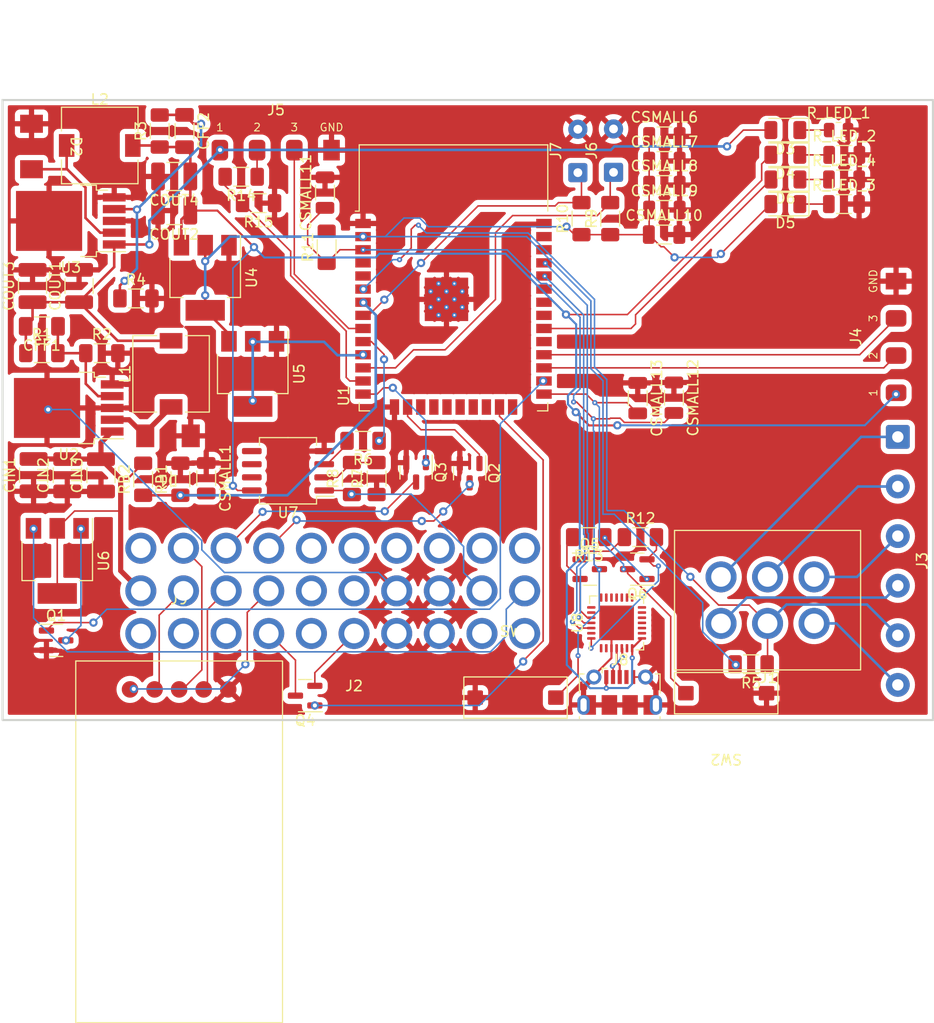
<source format=kicad_pcb>
(kicad_pcb (version 20211014) (generator pcbnew)
  (layers (0 "F.Cu" signal) (31 "B.Cu" signal) (34 "B.Paste" user) (35 "F.Paste" user) (36 "B.SilkS" user "B.Silkscreen") (37 "F.SilkS" user "F.Silkscreen") (38 "B.Mask" user) (39 "F.Mask" user) (44 "Edge.Cuts" user))
  (net 0 "")
  (net 1 "B-")
  (net 2 "B+")
  (net 3 "Net-(J1-Pad1)")
  (net 4 "Net-(J1-Pad2)")
  (net 5 "Net-(J1-Pad3)")
  (net 6 "Net-(J1-Pad4)")
  (net 7 "ENGINE_SENSOR")
  (net 8 "Net-(J1-Pad6)")
  (net 10 "PROGRAMMING_BB")
  (net 11 "GEAR_LOW")
  (net 12 "GEAR_HIGH")
  (net 19 "PROGRAMMING_BY")
  (net 20 "PROGRAMMING_GB")
  (net 21 "PROGRAMMING_RB")
  (net 24 "THROTTLE")
  (net 25 "IGNITION")
  (net 29 "SOFT_START_A")
  (net 31 "SOFT_START_B")
  (net 34 "Net-(CFF1-Pad1)")
  (net 35 "12V")
  (net 36 "Net-(CFF2-Pad1)")
  (net 37 "5V")
  (net 38 "3.3V")
  (net 39 "EN")
  (net 40 "BOOT")
  (net 41 "Net-(D1-Pad1)")
  (net 42 "Net-(D2-Pad1)")
  (net 43 "LED_ON")
  (net 44 "DISPLAY_RX")
  (net 45 "DISPLAY_TX")
  (net 46 "TORQUE_OUTPUT")
  (net 47 "CONTROLLER_TEMP")
  (net 48 "BATTERY_TEMP")
  (net 49 "POWER_SWITCH")
  (net 50 "SWITCH_HIGH")
  (net 51 "SWITCH_LOW")
  (net 52 "SWITCH_SOFT_START")
  (net 53 "THROTTLE_OUTPUT")
  (net 54 "PAS_SIGNAL_LOW")
  (net 55 "BATTERY_VOLTAGE")
  (net 69 "TXD")
  (net 70 "RXD")
  (net 73 "1.8V")
  (net 74 "Net-(D3-Pad1)")
  (net 75 "Net-(D4-Pad1)")
  (net 76 "Net-(D5-Pad1)")
  (net 77 "Net-(D6-Pad1)")
  (net 78 "PAS_SIGNAL")
  (net 79 "Net-(J8-Pad2)")
  (net 80 "Net-(J8-Pad3)")
  (net 82 "Net-(Q1-Pad3)")
  (net 83 "Net-(Q5-Pad1)")
  (net 84 "Net-(Q5-Pad2)")
  (net 85 "Net-(Q6-Pad1)")
  (net 86 "Net-(Q6-Pad2)")
  (net 87 "Net-(R6-Pad2)")
  (net 88 "Net-(R7-Pad2)")
  (footprint "Package_TO_SOT_SMD:SOT-23" (layer "F.Cu") (at 136.18 92.11 -90)
    (fp_text reference "Q2")
    (fp_text value "BSS123")
  )
  (footprint "Package_SO:SO-8_5.3x6.2mm_P1.27mm" (layer "F.Cu") (at 118.61 91.88 180)
    (fp_text reference "U7")
    (fp_text value "LM358")
  )
  (footprint "Package_TO_SOT_SMD:SOT-23" (layer "F.Cu") (at 96.18 108.29)
    (fp_text reference "Q1")
    (fp_text value "BSS123")
  )
  (footprint "Resistor_SMD:R_1206_3216Metric_Pad1.30x1.75mm_HandSolder" (layer "F.Cu") (at 104.6 92.7 90)
    (fp_text reference "RB2")
    (fp_text value "1M")
  )
  (footprint "lib:BUTTON_SW" (layer "F.Cu") (at 140.62 113.83)
    (fp_text reference "SW1")
    (fp_text value "SW_Push")
  )
  (footprint "Package_TO_SOT_SMD:SOT-23" (layer "F.Cu") (at 152.4 101.4 180)
    (fp_text reference "Q6")
    (fp_text value "MMBT3904")
  )
  (footprint "Capacitor_SMD:C_1210_3225Metric_Pad1.33x2.70mm_HandSolder" (layer "F.Cu") (at 98.4 74 90)
    (fp_text reference "COUT1")
    (fp_text value "C")
  )
  (footprint "Connector_USB:USB_Micro-B_Molex-105017-0001" (layer "F.Cu") (at 150.7 113.3)
    (fp_text reference "J8")
    (fp_text value "USB_B_Micro")
  )
  (footprint "Connector_Wire:SolderWire-0.25sqmm_1x02_P4.2mm_D0.65mm_OD1.7mm" (layer "F.Cu") (at 146.65 63.03 90)
    (fp_text reference "J7")
    (fp_text value "BATTERY_THERMISTOR_CONNECTOR")
  )
  (footprint "Resistor_SMD:R_1206_3216Metric" (layer "F.Cu") (at 172.42 61.31)
    (fp_text reference "R_LED_2")
    (fp_text value "130")
  )
  (footprint "Package_TO_SOT_SMD:SOT-23" (layer "F.Cu") (at 120.27 113.64 180)
    (fp_text reference "Q4")
    (fp_text value "BSS123")
  )
  (footprint "Package_TO_SOT_SMD:SOT-23" (layer "F.Cu") (at 131 92.03 -90)
    (fp_text reference "Q3")
    (fp_text value "BSS123")
  )
  (footprint "Resistor_SMD:R_1206_3216Metric_Pad1.30x1.75mm_HandSolder" (layer "F.Cu") (at 163.41 110.6 180)
    (fp_text reference "R5")
    (fp_text value "10K")
  )
  (footprint "Resistor_SMD:R_1206_3216Metric_Pad1.30x1.75mm_HandSolder" (layer "F.Cu") (at 147.7 98.3 180)
    (fp_text reference "R13")
    (fp_text value "10K")
  )
  (footprint "LED_SMD:LED_1206_3216Metric" (layer "F.Cu") (at 166.72 58.91 180)
    (fp_text reference "D3")
    (fp_text value "12V")
  )
  (footprint "Resistor_SMD:R_1206_3216Metric_Pad1.30x1.75mm_HandSolder" (layer "F.Cu") (at 125.87 88.98 180)
    (fp_text reference "R6")
    (fp_text value "10K")
  )
  (footprint "KT_Display:SolderWire-1x4-buttons" (layer "F.Cu") (at 177.42 78.9 90)
    (fp_text reference "J4")
    (fp_text value "DISPLAY_CONNECTOR")
  )
  (footprint "Capacitor_SMD:C_1210_3225Metric_Pad1.33x2.70mm_HandSolder" (layer "F.Cu") (at 107.6 66.7 180)
    (fp_text reference "COUT2")
    (fp_text value "C")
  )
  (footprint "Capacitor_SMD:C_1206_3216Metric_Pad1.33x1.80mm_HandSolder" (layer "F.Cu") (at 94.8 77.9 180)
    (fp_text reference "CFF1")
    (fp_text value "C")
  )
  (footprint "Package_TO_SOT_SMD:TO-252-5_TabPin3" (layer "F.Cu") (at 97.4 85.8 180)
    (fp_text reference "U2")
    (fp_text value "BUCK_12V")
  )
  (footprint "Inductor_SMD:L_7.3x7.3_H3.5" (layer "F.Cu") (at 107.3 82.5 90)
    (fp_text reference "L1")
    (fp_text value "L")
  )
  (footprint "Resistor_SMD:R_1206_3216Metric_Pad1.30x1.75mm_HandSolder" (layer "F.Cu") (at 124.79 92.63 90)
    (fp_text reference "R8")
    (fp_text value "1K")
  )
  (footprint "LED_SMD:LED_1206_3216Metric" (layer "F.Cu") (at 166.72 61.3 180)
    (fp_text reference "D4")
    (fp_text value "5V")
  )
  (footprint "Package_TO_SOT_SMD:SOT-223-3_TabPin2" (layer "F.Cu") (at 115.2 82.5 -90)
    (fp_text reference "U5")
    (fp_text value "LM1117-1.8")
  )
  (footprint "Capacitor_SMD:C_1210_3225Metric_Pad1.33x2.70mm_HandSolder" (layer "F.Cu") (at 94 92.3 90)
    (fp_text reference "CIN1")
    (fp_text value "C")
  )
  (footprint "Capacitor_SMD:C_1206_3216Metric" (layer "F.Cu") (at 154.99 69.02)
    (fp_text reference "CSMALL10")
    (fp_text value "C")
  )
  (footprint "lib:HALL_2x6" (layer "F.Cu") (at 165 102.15)
    (fp_text reference "J1")
    (fp_text value "CONTROLLER_HALL")
  )
  (footprint "Package_TO_SOT_SMD:SOT-23" (layer "F.Cu") (at 147.8 101.4)
    (fp_text reference "Q5")
    (fp_text value "MMBT3904")
  )
  (footprint "Capacitor_SMD:C_1206_3216Metric_Pad1.33x1.80mm_HandSolder" (layer "F.Cu") (at 108.6 59 -90)
    (fp_text reference "CFF2")
    (fp_text value "C")
  )
  (footprint "Capacitor_SMD:C_1206_3216Metric" (layer "F.Cu") (at 152.44 84.85 -90)
    (fp_text reference "CSMALL13")
    (fp_text value "C")
  )
  (footprint "Inductor_SMD:L_7.3x7.3_H3.5" (layer "F.Cu") (at 100.4 60.4)
    (fp_text reference "L2")
    (fp_text value "L")
  )
  (footprint "Capacitor_SMD:C_1206_3216Metric" (layer "F.Cu") (at 155.02 61.9)
    (fp_text reference "CSMALL7")
    (fp_text value "C")
  )
  (footprint "lib:ESP32-WROOM-32" (layer "F.Cu") (at 134.62 76.2)
    (fp_text reference "U1")
    (fp_text value "ESP32-WROOM-32")
  )
  (footprint "Capacitor_SMD:C_1206_3216Metric" (layer "F.Cu") (at 122.19 64.96 90)
    (fp_text reference "CSMALL11")
    (fp_text value "C")
  )
  (footprint "Resistor_SMD:R_1206_3216Metric_Pad1.30x1.75mm_HandSolder" (layer "F.Cu") (at 94.8 80.5)
    (fp_text reference "R1")
    (fp_text value "86K")
  )
  (footprint "Resistor_SMD:R_1206_3216Metric_Pad1.30x1.75mm_HandSolder" (layer "F.Cu") (at 147 67.48 90)
    (fp_text reference "R10")
    (fp_text value "10K")
  )
  (footprint "Capacitor_SMD:C_1206_3216Metric" (layer "F.Cu") (at 110.7 92.6 -90)
    (fp_text reference "CSMALL1")
    (fp_text value "C")
  )
  (footprint "Resistor_SMD:R_1206_3216Metric_Pad1.30x1.75mm_HandSolder" (layer "F.Cu") (at 103.9 75.2)
    (fp_text reference "R4")
    (fp_text value "10K")
  )
  (footprint "lib:Pogramming_1x5" (layer "F.Cu") (at 108.08 108.285)
    (fp_text reference "J9")
    (fp_text value "PROGRAMMING_CONN")
  )
  (footprint "Resistor_SMD:R_1206_3216Metric_Pad1.30x1.75mm_HandSolder" (layer "F.Cu") (at 127.18 92.63 90)
    (fp_text reference "R7")
    (fp_text value "1K")
  )
  (footprint "LED_SMD:LED_1206_3216Metric" (layer "F.Cu") (at 166.72 66.07 180)
    (fp_text reference "D5")
    (fp_text value "3.3V")
  )
  (footprint "Capacitor_SMD:C_1210_3225Metric_Pad1.33x2.70mm_HandSolder" (layer "F.Cu") (at 93.9 74 90)
    (fp_text reference "COUT3")
    (fp_text value "C")
  )
  (footprint "Package_TO_SOT_SMD:TO-252-5_TabPin3" (layer "F.Cu") (at 97.6 67.7 180)
    (fp_text reference "U3")
    (fp_text value "BUCK_5V")
  )
  (footprint "Connector_Wire:SolderWire-0.25sqmm_1x02_P4.2mm_D0.65mm_OD1.7mm" (layer "F.Cu") (at 150.1 63 90)
    (fp_text reference "J6")
    (fp_text value "CONTROLLER_THERMISTOR_CONNECTOR")
  )
  (footprint "Resistor_SMD:R_1206_3216Metric_Pad1.30x1.75mm_HandSolder" (layer "F.Cu") (at 108.2 92.7 90)
    (fp_text reference "RB1")
    (fp_text value "56k")
  )
  (footprint "Package_TO_SOT_SMD:SOT-223-3_TabPin2" (layer "F.Cu") (at 110.6 73.2 -90)
    (fp_text reference "U4")
    (fp_text value "NCP1117-3.3_SOT223")
  )
  (footprint "Resistor_SMD:R_1206_3216Metric_Pad1.30x1.75mm_HandSolder" (layer "F.Cu") (at 115.76 65.98 180)
    (fp_text reference "R15")
    (fp_text value "10K")
  )
  (footprint "Resistor_SMD:R_1206_3216Metric_Pad1.30x1.75mm_HandSolder" (layer "F.Cu") (at 100.6 80.5)
    (fp_text reference "R2")
    (fp_text value "10K")
  )
  (footprint "KT_Display:S2M" (layer "F.Cu") (at 93.8 60.5 -90)
    (fp_text reference "D2")
    (fp_text value "S310")
  )
  (footprint "Capacitor_SMD:C_1210_3225Metric_Pad1.33x2.70mm_HandSolder" (layer "F.Cu") (at 100.52 92.32 90)
    (fp_text reference "CIN3")
    (fp_text value "C")
  )
  (footprint "lib:MAIN_3x10" (layer "F.Cu") (at 125 103.5)
    (fp_text reference "J2")
    (fp_text value "CONN_MAIN")
  )
  (footprint "Capacitor_SMD:C_1210_3225Metric_Pad1.33x2.70mm_HandSolder" (layer "F.Cu") (at 107.6 63.4 180)
    (fp_text reference "COUT4")
    (fp_text value "C")
  )
  (footprint "Resistor_SMD:R_1206_3216Metric" (layer "F.Cu") (at 172.4 63.69)
    (fp_text reference "R_LED_4")
    (fp_text value "20")
  )
  (footprint "Capacitor_SMD:C_1206_3216Metric" (layer "F.Cu") (at 155.94 84.81 -90)
    (fp_text reference "CSMALL12")
    (fp_text value "C")
  )
  (footprint "Package_DFN_QFN:QFN-28-1EP_5x5mm_P0.5mm_EP3.35x3.35mm" (layer "F.Cu") (at 150.4 106.6 90)
    (fp_text reference "U8")
    (fp_text value "CP2102N-Axx-xQFN28")
  )
  (footprint "Resistor_SMD:R_1206_3216Metric_Pad1.30x1.75mm_HandSolder" (layer "F.Cu") (at 152.7 98.3)
    (fp_text reference "R12")
    (fp_text value "10K")
  )
  (footprint "Resistor_SMD:R_1206_3216Metric_Pad1.30x1.75mm_HandSolder" (layer "F.Cu") (at 122.35 70.25 90)
    (fp_text reference "R11")
    (fp_text value "10K")
  )
  (footprint "Resistor_SMD:R_1206_3216Metric_Pad1.30x1.75mm_HandSolder" (layer "F.Cu") (at 149.78 67.48 90)
    (fp_text reference "R9")
    (fp_text value "10K")
  )
  (footprint "Resistor_SMD:R_1206_3216Metric_Pad1.30x1.75mm_HandSolder" (layer "F.Cu") (at 114.08 63.43 180)
    (fp_text reference "R14")
    (fp_text value "33K")
  )
  (footprint "Resistor_SMD:R_0805_2012Metric" (layer "F.Cu") (at 171.87 58.91)
    (fp_text reference "R_LED_1")
    (fp_text value "600")
  )
  (footprint "Resistor_SMD:R_1206_3216Metric_Pad1.30x1.75mm_HandSolder" (layer "F.Cu") (at 106.2 59 90)
    (fp_text reference "R3")
    (fp_text value "30K")
  )
  (footprint "KT_Display:S2M" (layer "F.Cu") (at 107 88.5 180)
    (fp_text reference "D1")
    (fp_text value "S310")
  )
  (footprint "Capacitor_SMD:C_1210_3225Metric_Pad1.33x2.70mm_HandSolder" (layer "F.Cu") (at 97.26 92.31 90)
    (fp_text reference "CIN2")
    (fp_text value "C")
  )
  (footprint "KT_Display:SolderWire-1x4-buttons" (layer "F.Cu") (at 117.45 60.84)
    (fp_text reference "J5")
    (fp_text value "TORQUE_SENSOR_CONNECTOR")
  )
  (footprint "Capacitor_SMD:C_1206_3216Metric" (layer "F.Cu") (at 155.02 64.23)
    (fp_text reference "CSMALL8")
    (fp_text value "C")
  )
  (footprint "Capacitor_SMD:C_1206_3216Metric" (layer "F.Cu") (at 155.02 59.52)
    (fp_text reference "CSMALL6")
    (fp_text value "C")
  )
  (footprint "Package_TO_SOT_SMD:SOT-223-3_TabPin2" (layer "F.Cu") (at 96.29 100.6 -90)
    (fp_text reference "U6")
    (fp_text value "BTS4140N")
  )
  (footprint "lib:BUTTON_SW" (layer "F.Cu") (at 161 113.4 180)
    (fp_text reference "SW2")
    (fp_text value "SW_Push")
  )
  (footprint "Resistor_SMD:R_1206_3216Metric" (layer "F.Cu") (at 172.39 66.07)
    (fp_text reference "R_LED_3")
    (fp_text value "20")
  )
  (footprint "Connector_Wire:SolderWire-0.5sqmm_1x06_P4.8mm_D0.9mm_OD2.3mm" (layer "F.Cu") (at 177.6 88.6 -90)
    (fp_text reference "J3")
    (fp_text value "ENGINE_HALL")
  )
  (footprint "Capacitor_SMD:C_1206_3216Metric" (layer "F.Cu") (at 155.02 66.64)
    (fp_text reference "CSMALL9")
    (fp_text value "C")
  )
  (footprint "LED_SMD:LED_1206_3216Metric" (layer "F.Cu") (at 166.73 63.69 180)
    (fp_text reference "D6")
    (fp_text value "ESP_ON")
  )
  (gr_rect (start 91 56) (end 181 116) (layer "Edge.Cuts") (width 0.2) (fill none))
  (segment (start 149.9 109.05) (end 149.9 110) (width 0.2) (layer "F.Cu") (net 1))
  (segment (start 148.2 111.7) (end 148.2 111.8375) (width 0.2) (layer "F.Cu") (net 1))
  (segment (start 128.91 85.71) (end 128.91 86.03) (width 0.15) (layer "F.Cu") (net 1))
  (segment (start 149.9 109.05) (end 149.9 107.1) (width 0.2) (layer "F.Cu") (net 1))
  (segment (start 152 111.8375) (end 153.2 111.8375) (width 0.15) (layer "F.Cu") (net 1))
  (segment (start 149.9 107.1) (end 150.4 106.6) (width 0.2) (layer "F.Cu") (net 1))
  (segment (start 149.9 110) (end 148.2 111.7) (width 0.2) (layer "F.Cu") (net 1))
  (via (at 95.41 85.95) (size 0.8) (drill 0.4) (layers "F.Cu" "B.Cu") (net 1))
  (segment (start 112.46477 101.725) (end 127.35 101.725) (width 0.15) (layer "B.Cu") (net 1))
  (segment (start 110.275 98.63977) (end 110.275 99.53523) (width 0.15) (layer "B.Cu") (net 1))
  (segment (start 110.275 99.53523) (end 112.46477 101.725) (width 0.15) (layer "B.Cu") (net 1))
  (segment (start 95.41 85.95) (end 97.58523 85.95) (width 0.15) (layer "B.Cu") (net 1))
  (segment (start 97.58523 85.95) (end 110.275 98.63977) (width 0.15) (layer "B.Cu") (net 1))
  (segment (start 127.35 101.725) (end 129.125 103.5) (width 0.15) (layer "B.Cu") (net 1))
  (segment (start 97.965 95.775) (end 102.415 95.775) (width 0.15) (layer "F.Cu") (net 2))
  (segment (start 96.29 97.45) (end 97.965 95.775) (width 0.15) (layer "F.Cu") (net 2))
  (segment (start 102.415 95.775) (end 102.425 95.765) (width 0.15) (layer "F.Cu") (net 2))
  (segment (start 94 90.7375) (end 97.25 90.7375) (width 0.5) (layer "F.Cu") (net 2))
  (segment (start 103.0875 92.6625) (end 102.425 92.6625) (width 0.2) (layer "F.Cu") (net 2))
  (segment (start 104.6 91.15) (end 103.0875 92.6625) (width 0.2) (layer "F.Cu") (net 2))
  (segment (start 96.29 103.75) (end 96.29 97.45) (width 0.15) (layer "F.Cu") (net 2))
  (segment (start 97.26 90.7475) (end 100.51 90.7475) (width 0.5) (layer "F.Cu") (net 2))
  (segment (start 104.375 103.5) (end 102.425 101.55) (width 0.5) (layer "F.Cu") (net 2))
  (segment (start 100.52 90.7575) (end 100.52 89.16) (width 0.5) (layer "F.Cu") (net 2))
  (segment (start 100.51 90.7475) (end 100.52 90.7575) (width 0.5) (layer "F.Cu") (net 2))
  (segment (start 102.425 92.6625) (end 100.52 90.7575) (width 0.5) (layer "F.Cu") (net 2))
  (segment (start 102.425 101.55) (end 102.425 95.765) (width 0.5) (layer "F.Cu") (net 2))
  (segment (start 102.425 95.765) (end 102.425 92.6625) (width 0.5) (layer "F.Cu") (net 2))
  (segment (start 97.25 90.7375) (end 97.26 90.7475) (width 0.5) (layer "F.Cu") (net 2))
  (segment (start 100.52 89.16) (end 101.6 88.08) (width 0.5) (layer "F.Cu") (net 2))
  (segment (start 174.05 88.6) (end 177.6 88.6) (width 0.25) (layer "B.Cu") (net 3))
  (segment (start 160.5 102.15) (end 174.05 88.6) (width 0.25) (layer "B.Cu") (net 3))
  (segment (start 173.75 93.4) (end 177.6 93.4) (width 0.25) (layer "B.Cu") (net 4))
  (segment (start 165 102.15) (end 173.75 93.4) (width 0.25) (layer "B.Cu") (net 4))
  (segment (start 173.65 102.15) (end 177.6 98.2) (width 0.25) (layer "B.Cu") (net 5))
  (segment (start 169.5 102.15) (end 173.65 102.15) (width 0.25) (layer "B.Cu") (net 5))
  (segment (start 176.45 104.15) (end 163 104.15) (width 0.25) (layer "B.Cu") (net 6))
  (segment (start 177.6 103) (end 176.45 104.15) (width 0.25) (layer "B.Cu") (net 6))
  (segment (start 163 104.15) (end 160.5 106.65) (width 0.25) (layer "B.Cu") (net 6))
  (segment (start 165 110.56) (end 165 106.65) (width 0.15) (layer "F.Cu") (net 7))
  (segment (start 130.92 68.11) (end 131.23 68.11) (width 0.15) (layer "F.Cu") (net 7))
  (segment (start 130.53 68.5) (end 130.92 68.11) (width 0.15) (layer "F.Cu") (net 7))
  (segment (start 130.53 70.32) (end 130.53 68.5) (width 0.15) (layer "F.Cu") (net 7))
  (segment (start 160.265 104.875) (end 163.225 104.875) (width 0.15) (layer "F.Cu") (net 7))
  (segment (start 129.4 71.45) (end 130.53 70.32) (width 0.15) (layer "F.Cu") (net 7))
  (segment (start 164.96 110.6) (end 165 110.56) (width 0.15) (layer "F.Cu") (net 7))
  (segment (start 157.53 102.14) (end 160.265 104.875) (width 0.15) (layer "F.Cu") (net 7))
  (segment (start 163.225 104.875) (end 165 106.65) (width 0.15) (layer "F.Cu") (net 7))
  (via (at 129.4 71.45) (size 0.5) (drill 0.2) (layers "F.Cu" "B.Cu") (net 7))
  (via (at 157.53 102.14) (size 0.8) (drill 0.4) (layers "F.Cu" "B.Cu") (net 7))
  (via (at 131.23 68.11) (size 0.5) (drill 0.2) (layers "F.Cu" "B.Cu") (net 7))
  (via (at 125.9 74.3) (size 0.8) (drill 0.4) (layers "F.Cu" "B.Cu") (net 7))
  (segment (start 165 106.65) (end 166.825 104.825) (width 0.25) (layer "B.Cu") (net 7))
  (segment (start 148.26 81.85) (end 149.22 82.81) (width 0.15) (layer "B.Cu") (net 7))
  (segment (start 151.12 95.73) (end 157.53 102.14) (width 0.15) (layer "B.Cu") (net 7))
  (segment (start 131.99 68.87) (end 141.8 68.87) (width 0.15) (layer "B.Cu") (net 7))
  (segment (start 141.8 68.87) (end 141.834974 68.87) (width 0.15) (layer "B.Cu") (net 7))
  (segment (start 149.22 82.81) (end 149.45 83.04) (width 0.15) (layer "B.Cu") (net 7))
  (segment (start 148.26 75.295026) (end 148.26 75.53) (width 0.15) (layer "B.Cu") (net 7))
  (segment (start 149.51 95.73) (end 150.44 95.73) (width 0.15) (layer "B.Cu") (net 7))
  (segment (start 131.23 68.11) (end 131.99 68.87) (width 0.15) (layer "B.Cu") (net 7))
  (segment (start 174.625 104.825) (end 177.6 107.8) (width 0.25) (layer "B.Cu") (net 7))
  (segment (start 148.26 75.53) (end 148.26 81.85) (width 0.15) (layer "B.Cu") (net 7))
  (segment (start 150.44 95.73) (end 151.12 95.73) (width 0.15) (layer "B.Cu") (net 7))
  (segment (start 125.9 74.3) (end 128.75 71.45) (width 0.15) (layer "B.Cu") (net 7))
  (segment (start 149.45 83.04) (end 149.45 95.67) (width 0.15) (layer "B.Cu") (net 7))
  (segment (start 141.834974 68.87) (end 148.26 75.295026) (width 0.15) (layer "B.Cu") (net 7))
  (segment (start 128.75 71.45) (end 129.4 71.45) (width 0.15) (layer "B.Cu") (net 7))
  (segment (start 166.825 104.825) (end 174.625 104.825) (width 0.25) (layer "B.Cu") (net 7))
  (segment (start 149.45 95.67) (end 149.51 95.73) (width 0.15) (layer "B.Cu") (net 7))
  (segment (start 169.5 106.65) (end 171.65 106.65) (width 0.25) (layer "B.Cu") (net 8))
  (segment (start 171.65 106.65) (end 177.6 112.6) (width 0.25) (layer "B.Cu") (net 8))
  (segment (start 108.44 112.99) (end 110.275 111.155) (width 0.15) (layer "F.Cu") (net 10))
  (segment (start 110.275 111.155) (end 110.275 101.15) (width 0.15) (layer "F.Cu") (net 10))
  (segment (start 110.275 101.15) (end 108.5 99.375) (width 0.15) (layer "F.Cu") (net 10))
  (segment (start 116.15 95.85) (end 112.625 99.375) (width 0.15) (layer "F.Cu") (net 11))
  (segment (start 130.8025 92.9675) (end 127.97 95.8) (width 0.15) (layer "F.Cu") (net 11))
  (segment (start 131 92.9675) (end 130.8025 92.9675) (width 0.15) (layer "F.Cu") (net 11))
  (via (at 127.97 95.8) (size 0.8) (drill 0.4) (layers "F.Cu" "B.Cu") (net 11))
  (via (at 116.15 95.85) (size 0.8) (drill 0.4) (layers "F.Cu" "B.Cu") (net 11))
  (segment (start 116.15 95.85) (end 116.2 95.8) (width 0.15) (layer "B.Cu") (net 11))
  (segment (start 116.2 95.8) (end 127.97 95.8) (width 0.15) (layer "B.Cu") (net 11))
  (segment (start 119.44 96.685) (end 119.44 96.64) (width 0.15) (layer "F.Cu") (net 12))
  (segment (start 131.55 96.74) (end 132.71 96.74) (width 0.15) (layer "F.Cu") (net 12))
  (segment (start 132.71 96.74) (end 133.63 95.82) (width 0.15) (layer "F.Cu") (net 12))
  (segment (start 116.75 99.375) (end 119.44 96.685) (width 0.15) (layer "F.Cu") (net 12))
  (via (at 119.44 96.64) (size 0.8) (drill 0.4) (layers "F.Cu" "B.Cu") (net 12))
  (via (at 133.63 95.82) (size 0.8) (drill 0.4) (layers "F.Cu" "B.Cu") (net 12))
  (via (at 131.55 96.74) (size 0.8) (drill 0.4) (layers "F.Cu" "B.Cu") (net 12))
  (via (at 136.18 93.18) (size 0.8) (drill 0.4) (layers "F.Cu" "B.Cu") (net 12))
  (segment (start 131.55 96.74) (end 119.54 96.74) (width 0.15) (layer "B.Cu") (net 12))
  (segment (start 119.54 96.74) (end 119.44 96.64) (width 0.15) (layer "B.Cu") (net 12))
  (segment (start 136.18 93.27) (end 136.18 93.18) (width 0.15) (layer "B.Cu") (net 12))
  (segment (start 133.63 95.82) (end 136.18 93.27) (width 0.15) (layer "B.Cu") (net 12))
  (segment (start 106.15 112.905) (end 106.15 105.85) (width 0.15) (layer "F.Cu") (net 19))
  (segment (start 106.065 112.99) (end 106.15 112.905) (width 0.15) (layer "F.Cu") (net 19))
  (segment (start 106.15 105.85) (end 108.5 103.5) (width 0.15) (layer "F.Cu") (net 19))
  (segment (start 110.815 105.31) (end 112.625 103.5) (width 0.15) (layer "F.Cu") (net 20))
  (segment (start 110.815 112.99) (end 110.815 105.31) (width 0.15) (layer "F.Cu") (net 20))
  (segment (start 114.67 110.42) (end 114.67 105.58) (width 0.15) (layer "F.Cu") (net 21))
  (segment (start 114.485 110.605) (end 114.67 110.42) (width 0.15) (layer "F.Cu") (net 21))
  (segment (start 114.67 105.58) (end 116.75 103.5) (width 0.15) (layer "F.Cu") (net 21))
  (via (at 103.69 112.99) (size 0.8) (drill 0.4) (layers "F.Cu" "B.Cu") (net 21))
  (via (at 114.485 110.605) (size 0.8) (drill 0.4) (layers "F.Cu" "B.Cu") (net 21))
  (segment (start 103.69 112.99) (end 112.1 112.99) (width 0.15) (layer "B.Cu") (net 21))
  (segment (start 112.1 112.99) (end 114.485 110.605) (width 0.15) (layer "B.Cu") (net 21))
  (segment (start 122.11 93.785) (end 124.395 93.785) (width 0.15) (layer "F.Cu") (net 24))
  (segment (start 124.755 94.145) (end 124.79 94.18) (width 0.15) (layer "F.Cu") (net 24))
  (segment (start 124.395 93.785) (end 124.755 94.145) (width 0.15) (layer "F.Cu") (net 24))
  (via (at 124.755 94.145) (size 0.8) (drill 0.4) (layers "F.Cu" "B.Cu") (net 24))
  (segment (start 124.755 94.145) (end 130.53023 94.145) (width 0.15) (layer "B.Cu") (net 24))
  (segment (start 135.6 101.725) (end 137.375 103.5) (width 0.15) (layer "B.Cu") (net 24))
  (segment (start 135.6 99.21477) (end 135.6 101.725) (width 0.15) (layer "B.Cu") (net 24))
  (segment (start 130.53023 94.145) (end 135.6 99.21477) (width 0.15) (layer "B.Cu") (net 24))
  (via (at 94 97.49) (size 0.8) (drill 0.4) (layers "F.Cu" "B.Cu") (net 25))
  (segment (start 138.19 109.4) (end 139.725 107.865) (width 0.15) (layer "B.Cu") (net 25))
  (segment (start 139.725 107.865) (end 139.725 105.275) (width 0.15) (layer "B.Cu") (net 25))
  (segment (start 97.275405 109.4) (end 138.19 109.4) (width 0.15) (layer "B.Cu") (net 25))
  (segment (start 94 106.124595) (end 97.275405 109.4) (width 0.15) (layer "B.Cu") (net 25))
  (segment (start 94 97.49) (end 94 106.124595) (width 0.15) (layer "B.Cu") (net 25))
  (segment (start 139.725 105.275) (end 141.5 103.5) (width 0.15) (layer "B.Cu") (net 25))
  (segment (start 119.3325 110.2075) (end 116.75 107.625) (width 0.15) (layer "F.Cu") (net 29))
  (segment (start 119.3325 113.64) (end 119.3325 110.2075) (width 0.15) (layer "F.Cu") (net 29))
  (segment (start 121.2075 112.69) (end 121.2075 111.4175) (width 0.15) (layer "F.Cu") (net 31))
  (segment (start 121.2075 111.4175) (end 122.125 110.5) (width 0.15) (layer "F.Cu") (net 31))
  (segment (start 122.125 110.5) (end 125 107.625) (width 0.15) (layer "F.Cu") (net 31))
  (segment (start 100.25 84.66) (end 99.05 83.46) (width 0.25) (layer "F.Cu") (net 34))
  (segment (start 99.05 83.46) (end 99.05 80.5) (width 0.25) (layer "F.Cu") (net 34))
  (segment (start 96.35 80.5) (end 99.05 80.5) (width 0.25) (layer "F.Cu") (net 34))
  (segment (start 96.35 80.5) (end 96.35 77.9125) (width 0.25) (layer "F.Cu") (net 34))
  (segment (start 101.6 84.66) (end 100.25 84.66) (width 0.25) (layer "F.Cu") (net 34))
  (segment (start 96.35 77.9125) (end 96.3625 77.9) (width 0.25) (layer "F.Cu") (net 34))
  (segment (start 162.66 58.91) (end 161.08 60.49) (width 0.15) (layer "F.Cu") (net 35))
  (segment (start 101.8 72.1625) (end 101.8 69.98) (width 0.25) (layer "F.Cu") (net 35))
  (segment (start 93.25 80.5) (end 93.25 77.9125) (width 0.25) (layer "F.Cu") (net 35))
  (segment (start 102.1375 79.3) (end 107.3 79.3) (width 0.25) (layer "F.Cu") (net 35))
  (segment (start 98.4 75.5625) (end 102.1375 79.3) (width 0.25) (layer "F.Cu") (net 35))
  (segment (start 93.9 75.5625) (end 98.4 75.5625) (width 0.25) (layer "F.Cu") (net 35))
  (segment (start 93.2375 77.9) (end 93.9 77.2375) (width 0.25) (layer "F.Cu") (net 35))
  (segment (start 93.9 77.2375) (end 93.9 75.5625) (width 0.25) (layer "F.Cu") (net 35))
  (segment (start 93.25 77.9125) (end 93.2375 77.9) (width 0.25) (layer "F.Cu") (net 35))
  (segment (start 165.32 58.91) (end 162.66 58.91) (width 0.15) (layer "F.Cu") (net 35))
  (segment (start 98.4 75.5625) (end 101.8 72.1625) (width 0.25) (layer "F.Cu") (net 35))
  (segment (start 101.8 69.98) (end 105.2 69.98) (width 0.25) (layer "F.Cu") (net 35))
  (via (at 161.08 60.49) (size 0.8) (drill 0.4) (layers "F.Cu" "B.Cu") (net 35))
  (via (at 112.04 60.83) (size 0.8) (drill 0.4) (layers "F.Cu" "B.Cu") (net 35))
  (via (at 105.2 69.98) (size 0.8) (drill 0.4) (layers "F.Cu" "B.Cu") (net 35))
  (segment (start 112.04 60.83) (end 149.837767 60.83) (width 0.25) (layer "B.Cu") (net 35))
  (segment (start 149.837767 60.83) (end 150.177767 60.49) (width 0.25) (layer "B.Cu") (net 35))
  (segment (start 150.177767 60.49) (end 161.08 60.49) (width 0.25) (layer "B.Cu") (net 35))
  (segment (start 105.2 67.67) (end 112.04 60.83) (width 0.25) (layer "B.Cu") (net 35))
  (segment (start 105.2 69.98) (end 105.2 67.67) (width 0.25) (layer "B.Cu") (net 35))
  (segment (start 110.2 58.3) (end 109.4625 58.3) (width 0.25) (layer "F.Cu") (net 36))
  (segment (start 109.4625 58.3) (end 108.6 57.4375) (width 0.25) (layer "F.Cu") (net 36))
  (segment (start 108.6 57.4375) (end 106.2125 57.4375) (width 0.25) (layer "F.Cu") (net 36))
  (segment (start 102.35 73.95) (end 102.8 73.5) (width 0.25) (layer "F.Cu") (net 36))
  (segment (start 106.2125 57.4375) (end 106.2 57.45) (width 0.25) (layer "F.Cu") (net 36))
  (segment (start 103.96 66.56) (end 101.8 66.56) (width 0.25) (layer "F.Cu") (net 36))
  (segment (start 102.35 75.2) (end 102.35 73.95) (width 0.25) (layer "F.Cu") (net 36))
  (segment (start 104 66.6) (end 103.96 66.56) (width 0.25) (layer "F.Cu") (net 36))
  (via (at 102.8 73.5) (size 0.8) (drill 0.4) (layers "F.Cu" "B.Cu") (net 36))
  (via (at 104 66.6) (size 0.8) (drill 0.4) (layers "F.Cu" "B.Cu") (net 36))
  (via (at 110.2 58.3) (size 0.8) (drill 0.4) (layers "F.Cu" "B.Cu") (net 36))
  (segment (start 110.2 60.4) (end 110.2 58.3) (width 0.25) (layer "B.Cu") (net 36))
  (segment (start 104 66.6) (end 110.2 60.4) (width 0.25) (layer "B.Cu") (net 36))
  (segment (start 104 72.3) (end 102.8 73.5) (width 0.25) (layer "B.Cu") (net 36))
  (segment (start 104 66.6) (end 104 72.3) (width 0.25) (layer "B.Cu") (net 36))
  (segment (start 146.451091 86.208909) (end 147.732182 87.49) (width 0.2) (layer "F.Cu") (net 37))
  (segment (start 150.46 87.49) (end 150.47 87.48) (width 0.2) (layer "F.Cu") (net 37))
  (segment (start 149.4 112.92) (end 149.4 111.8375) (width 0.2) (layer "F.Cu") (net 37))
  (segment (start 151.91 109.04) (end 152.85 108.1) (width 0.2) (layer "F.Cu") (net 37))
  (segment (start 113.735 93.785) (end 113.28 93.33) (width 0.15) (layer "F.Cu") (net 37))
  (segment (start 109.1625 61.125) (end 109.1625 63.4) (width 0.25) (layer "F.Cu") (net 37))
  (segment (start 151.91 109.99) (end 151.91 109.04) (width 0.2) (layer "F.Cu") (net 37))
  (segment (start 103.6 60.4) (end 106.05 60.4) (width 0.25) (layer "F.Cu") (net 37))
  (segment (start 108.5875 60.55) (end 108.6 60.5625) (width 0.25) (layer "F.Cu") (net 37))
  (segment (start 151.44 76.76) (end 164.43 63.77) (width 0.15) (layer "F.Cu") (net 37))
  (segment (start 106.2 60.55) (end 108.5875 60.55) (width 0.25) (layer "F.Cu") (net 37))
  (segment (start 109.1625 63.4) (end 109.1625 66.7) (width 0.25) (layer "F.Cu") (net 37))
  (segment (start 164.43 63.77) (end 164.43 62.19) (width 0.15) (layer "F.Cu") (net 37))
  (segment (start 108.6 60.5625) (end 109.1625 61.125) (width 0.25) (layer "F.Cu") (net 37))
  (segment (start 145.5 76.76) (end 151.44 76.76) (width 0.15) (layer "F.Cu") (net 37))
  (segment (start 147.732182 87.49) (end 150.08 87.49) (width 0.2) (layer "F.Cu") (net 37))
  (segment (start 150.08 87.49) (end 150.46 87.49) (width 0.2) (layer "F.Cu") (net 37))
  (segment (start 164.43 62.19) (end 165.32 61.3) (width 0.15) (layer "F.Cu") (net 37))
  (segment (start 111.78 66.7) (end 109.1625 66.7) (width 0.2) (layer "F.Cu") (net 37))
  (segment (start 115.11 93.785) (end 113.735 93.785) (width 0.15) (layer "F.Cu") (net 37))
  (segment (start 109.1625 66.7) (end 108.3 67.5625) (width 0.25) (layer "F.Cu") (net 37))
  (segment (start 106.05 60.4) (end 106.2 60.55) (width 0.25) (layer "F.Cu") (net 37))
  (segment (start 108.3 67.5625) (end 108.3 70.05) (width 0.25) (layer "F.Cu") (net 37))
  (segment (start 115.32 70.24) (end 111.78 66.7) (width 0.2) (layer "F.Cu") (net 37))
  (via (at 115.32 70.24) (size 0.8) (drill 0.4) (layers "F.Cu" "B.Cu") (net 37))
  (via (at 113.28 93.33) (size 0.8) (drill 0.4) (layers "F.Cu" "B.Cu") (net 37))
  (via (at 146.451091 86.208909) (size 0.8) (drill 0.4) (layers "F.Cu" "B.Cu") (net 37))
  (via (at 177.42 84.47) (size 0.8) (drill 0.4) (layers "F.Cu" "B.Cu") (net 37))
  (via (at 149.4 112.92) (size 0.5) (drill 0.2) (layers "F.Cu" "B.Cu") (net 37))
  (via (at 145.5 76.76) (size 0.8) (drill 0.4) (layers "F.Cu" "B.Cu") (net 37))
  (via (at 151.91 109.99) (size 0.5) (drill 0.2) (layers "F.Cu" "B.Cu") (net 37))
  (via (at 150.47 87.48) (size 0.8) (drill 0.4) (layers "F.Cu" "B.Cu") (net 37))
  (segment (start 145.69 85.447818) (end 145.69 84.595) (width 0.2) (layer "B.Cu") (net 37))
  (segment (start 147.832931 112.92) (end 145.58 110.667069) (width 0.2) (layer "B.Cu") (net 37))
  (segment (start 150.47 87.48) (end 174.41 87.48) (width 0.2) (layer "B.Cu") (net 37))
  (segment (start 127.09 71.24) (end 116.32 71.24) (width 0.2) (layer "B.Cu") (net 37))
  (segment (start 145.69 84.595) (end 146.485 83.8) (width 0.2) (layer "B.Cu") (net 37))
  (segment (start 145.58 101.625) (end 146.935 100.27) (width 0.2) (layer "B.Cu") (net 37))
  (segment (start 151.9 112.5) (end 151.9 110) (width 0.2) (layer "B.Cu") (net 37))
  (segment (start 146.835 100.17) (end 146.835 86.36) (width 0.2) (layer "B.Cu") (net 37))
  (segment (start 113.28 93.33) (end 113.28 72.28) (width 0.15) (layer "B.Cu") (net 37))
  (segment (start 139.65467 70.875) (end 127.455 70.875) (width 0.2) (layer "B.Cu") (net 37))
  (segment (start 127.455 70.875) (end 127.09 71.24) (width 0.2) (layer "B.Cu") (net 37))
  (segment (start 149.4 112.92) (end 149.42 112.9) (width 0.2) (layer "B.Cu") (net 37))
  (segment (start 146.451091 86.208909) (end 145.69 85.447818) (width 0.2) (layer "B.Cu") (net 37))
  (segment (start 145.58 110.667069) (end 145.58 101.625) (width 0.2) (layer "B.Cu") (net 37))
  (segment (start 174.41 87.48) (end 177.42 84.47) (width 0.2) (layer "B.Cu") (net 37))
  (segment (start 149.4 112.92) (end 147.832931 112.92) (width 0.2) (layer "B.Cu") (net 37))
  (segment (start 116.32 71.24) (end 115.32 70.24) (width 0.2) (layer "B.Cu") (net 37))
  (segment (start 146.485 83.8) (end 146.485 77.70533) (width 0.2) (layer "B.Cu") (net 37))
  (segment (start 113.28 72.28) (end 115.32 70.24) (width 0.15) (layer "B.Cu") (net 37))
  (segment (start 151.9 110) (end 151.91 109.99) (width 0.2) (layer "B.Cu") (net 37))
  (segment (start 151.5 112.9) (end 151.9 112.5) (width 0.2) (layer "B.Cu") (net 37))
  (segment (start 146.602182 86.36) (end 146.451091 86.208909) (width 0.2) (layer "B.Cu") (net 37))
  (segment (start 146.935 100.27) (end 146.835 100.17) (width 0.2) (layer "B.Cu") (net 37))
  (segment (start 146.835 86.36) (end 146.602182 86.36) (width 0.2) (layer "B.Cu") (net 37))
  (segment (start 146.485 77.70533) (end 139.65467 70.875) (width 0.2) (layer "B.Cu") (net 37))
  (segment (start 149.42 112.9) (end 151.5 112.9) (width 0.2) (layer "B.Cu") (net 37))
  (segment (start 153.545 61.9) (end 153.545 59.52) (width 0.15) (layer "F.Cu") (net 38))
  (segment (start 147 69.03) (end 149.78 69.03) (width 0.15) (layer "F.Cu") (net 38))
  (segment (start 112.9 78.65) (end 112.9 79.35) (width 0.25) (layer "F.Cu") (net 38))
  (segment (start 153.545 64.23) (end 153.545 61.9) (width 0.15) (layer "F.Cu") (net 38))
  (segment (start 110.6 76.35) (end 110.6 74.9) (width 0.25) (layer "F.Cu") (net 38))
  (segment (start 153.545 68.99) (end 153.545 66.64) (width 0.15) (layer "F.Cu") (net 38))
  (segment (start 154.965 70.195) (end 156 71.23) (width 0.15) (layer "F.Cu") (net 38))
  (segment (start 160.48 70.89) (end 165.3 66.07) (width 0.15) (layer "F.Cu") (net 38))
  (segment (start 154.69 70.195) (end 154.965 70.195) (width 0.15) (layer "F.Cu") (net 38))
  (segment (start 149.78 69.03) (end 153.505 69.03) (width 0.15) (layer "F.Cu") (net 38))
  (segment (start 122.87 69.22) (end 125.87 69.22) (width 0.15) (layer "F.Cu") (net 38))
  (segment (start 147 69.03) (end 146.32 69.03) (width 0.15) (layer "F.Cu") (net 38))
  (segment (start 153.515 69.02) (end 154.69 70.195) (width 0.15) (layer "F.Cu") (net 38))
  (segment (start 153.505 69.03) (end 153.515 69.02) (width 0.15) (layer "F.Cu") (net 38))
  (segment (start 122.35 68.7) (end 122.87 69.22) (width 0.15) (layer "F.Cu") (net 38))
  (segment (start 146.32 69.03) (end 145.55 68.26) (width 0.15) (layer "F.Cu") (net 38))
  (segment (start 153.515 69.02) (end 153.545 68.99) (width 0.15) (layer "F.Cu") (net 38))
  (segment (start 153.545 66.64) (end 153.545 64.23) (width 0.15) (layer "F.Cu") (net 38))
  (segment (start 165.3 66.07) (end 165.32 66.07) (width 0.15) (layer "F.Cu") (net 38))
  (segment (start 110.6 76.35) (end 112.9 78.65) (width 0.25) (layer "F.Cu") (net 38))
  (segment (start 110.6 70.05) (end 110.6 71.6) (width 0.25) (layer "F.Cu") (net 38))
  (via (at 110.6 74.9) (size 0.8) (drill 0.4) (layers "F.Cu" "B.Cu") (net 38))
  (via (at 125.87 69.22) (size 0.8) (drill 0.4) (layers "F.Cu" "B.Cu") (net 38))
  (via (at 145.55 68.26) (size 0.8) (drill 0.4) (layers "F.Cu" "B.Cu") (net 38))
  (via (at 160.48 70.89) (size 0.8) (drill 0.4) (layers "F.Cu" "B.Cu") (net 38))
  (via (at 161.92 110.66) (size 0.8) (drill 0.4) (layers "F.Cu" "B.Cu") (net 38))
  (via (at 156 71.23) (size 0.8) (drill 0.4) (layers "F.Cu" "B.Cu") (net 38))
  (via (at 110.6 71.6) (size 0.8) (drill 0.4) (layers "F.Cu" "B.Cu") (net 38))
  (segment (start 110.6 71.6) (end 110.6 74.9) (width 0.25) (layer "B.Cu") (net 38))
  (segment (start 150.172463 96.08) (end 149.08 96.08) (width 0.15) (layer "B.Cu") (net 38))
  (segment (start 129.82 67.42) (end 128.02 69.22) (width 0.15) (layer "B.Cu") (net 38))
  (segment (start 128.02 69.22) (end 125.87 69.22) (width 0.15) (layer "B.Cu") (net 38))
  (segment (start 149.08 83.17) (end 147.91 82) (width 0.15) (layer "B.Cu") (net 38))
  (segment (start 160.14 71.23) (end 160.48 70.89) (width 0.15) (layer "B.Cu") (net 38))
  (segment (start 158.725 104.632537) (end 150.172463 96.08) (width 0.15) (layer "B.Cu") (net 38))
  (segment (start 145.55 68.26) (end 132.19 68.26) (width 0.15) (layer "B.Cu") (net 38))
  (segment (start 141.69 69.22) (end 128.02 69.22) (width 0.15) (layer "B.Cu") (net 38))
  (segment (start 158.725 107.465) (end 158.725 104.632537) (width 0.15) (layer "B.Cu") (net 38))
  (segment (start 131.35 67.42) (end 129.82 67.42) (width 0.15) (layer "B.Cu") (net 38))
  (segment (start 161.92 110.66) (end 158.725 107.465) (width 0.15) (layer "B.Cu") (net 38))
  (segment (start 147.91 75.44) (end 141.69 69.22) (width 0.15) (layer "B.Cu") (net 38))
  (segment (start 149.08 96.08) (end 149.08 83.17) (width 0.15) (layer "B.Cu") (net 38))
  (segment (start 156 71.23) (end 160.14 71.23) (width 0.15) (layer "B.Cu") (net 38))
  (segment (start 132.19 68.26) (end 131.35 67.42) (width 0.15) (layer "B.Cu") (net 38))
  (segment (start 110.6 71.6) (end 112.98 69.22) (width 0.25) (layer "B.Cu") (net 38))
  (segment (start 147.91 82) (end 147.91 75.44) (width 0.15) (layer "B.Cu") (net 38))
  (segment (start 112.98 69.22) (end 125.87 69.22) (width 0.25) (layer "B.Cu") (net 38))
  (segment (start 150.734595 86.79) (end 149.795 86.79) (width 0.15) (layer "F.Cu") (net 39))
  (segment (start 144.52 113.83) (end 146.67 111.68) (width 0.15) (layer "F.Cu") (net 39))
  (segment (start 122.19 66.435) (end 120.51 68.115) (width 0.15) (layer "F.Cu") (net 39))
  (segment (start 148.15 86.85) (end 149.735 86.85) (width 0.15) (layer "F.Cu") (net 39))
  (segment (start 123.64 70.49) (end 125.87 70.49) (width 0.15) (layer "F.Cu") (net 39))
  (segment (start 155.024595 87.200405) (end 151.145 87.200405) (width 0.15) (layer "F.Cu") (net 39))
  (segment (start 148.15 86.85) (end 146.52 85.22) (width 0.15) (layer "F.Cu") (net 39))
  (segment (start 151.145 87.200405) (end 150.734595 86.79) (width 0.15) (layer "F.Cu") (net 39))
  (segment (start 122.35 71.8) (end 122.35 71.78) (width 0.15) (layer "F.Cu") (net 39))
  (segment (start 122.35 71.78) (end 123.64 70.49) (width 0.15) (layer "F.Cu") (net 39))
  (segment (start 120.51 68.115) (end 120.51 69.96) (width 0.15) (layer "F.Cu") (net 39))
  (segment (start 149.795 86.79) (end 149.735 86.85) (width 0.15) (layer "F.Cu") (net 39))
  (segment (start 155.94 86.285) (end 155.024595 87.200405) (width 0.15) (layer "F.Cu") (net 39))
  (segment (start 120.51 69.96) (end 122.35 71.8) (width 0.15) (layer "F.Cu") (net 39))
  (segment (start 146.52 85.22) (end 146.24 85.22) (width 0.15) (layer "F.Cu") (net 39))
  (segment (start 146.67 111.68) (end 146.67 109.77) (width 0.15) (layer "F.Cu") (net 39))
  (via (at 125.88 70.5) (size 0.5) (drill 0.2) (layers "F.Cu" "B.Cu") (net 39))
  (via (at 148.72 101.45) (size 0.5) (drill 0.2) (layers "F.Cu" "B.Cu") (net 39))
  (via (at 148.15 86.85) (size 0.5) (drill 0.2) (layers "F.Cu" "B.Cu") (net 39))
  (via (at 146.24 85.22) (size 0.5) (drill 0.2) (layers "F.Cu" "B.Cu") (net 39))
  (via (at 146.67 109.77) (size 0.5) (drill 0.2) (layers "F.Cu" "B.Cu") (net 39))
  (segment (start 148.15 87.99) (end 148.22 88.06) (width 0.15) (layer "B.Cu") (net 39))
  (segment (start 146.24 85.22) (end 146.24 84.577715) (width 0.15) (layer "B.Cu") (net 39))
  (segment (start 148.15 86.85) (end 148.15 87.99) (width 0.15) (layer "B.Cu") (net 39))
  (segment (start 148.72 101.45) (end 148.22 100.95) (width 0.15) (layer "B.Cu") (net 39))
  (segment (start 148.68 105.41) (end 148.72 105.37) (width 0.15) (layer "B.Cu") (net 39))
  (segment (start 143.07 73.76) (end 139.81 70.5) (width 0.15) (layer "B.Cu") (net 39))
  (segment (start 146.67 107.42) (end 148.68 105.41) (width 0.15) (layer "B.Cu") (net 39))
  (segment (start 148.22 100.95) (end 148.22 88.06) (width 0.15) (layer "B.Cu") (net 39))
  (segment (start 146.24 84.577715) (end 146.86 83.957715) (width 0.15) (layer "B.Cu") (net 39))
  (segment (start 146.86 77.01) (end 143.61 73.76) (width 0.15) (layer "B.Cu") (net 39))
  (segment (start 143.61 73.76) (end 143.07 73.76) (width 0.15) (layer "B.Cu") (net 39))
  (segment (start 146.67 109.77) (end 146.67 107.42) (width 0.15) (layer "B.Cu") (net 39))
  (segment (start 148.72 105.37) (end 148.72 101.45) (width 0.15) (layer "B.Cu") (net 39))
  (segment (start 139.81 70.5) (end 125.88 70.5) (width 0.15) (layer "B.Cu") (net 39))
  (segment (start 146.86 83.957715) (end 146.86 77.01) (width 0.15) (layer "B.Cu") (net 39))
  (segment (start 152.44 86.325) (end 151.405 85.29) (width 0.15) (layer "F.Cu") (net 40))
  (segment (start 155.63 111.93) (end 157.1 113.4) (width 0.15) (layer "F.Cu") (net 40))
  (segment (start 147.46 84.46) (end 148.29 85.29) (width 0.15) (layer "F.Cu") (net 40))
  (segment (start 151.4625 101.4) (end 151.4625 101.813541) (width 0.15) (layer "F.Cu") (net 40))
  (segment (start 151.405 85.29) (end 148.29 85.29) (width 0.15) (layer "F.Cu") (net 40))
  (segment (start 151.4625 101.813541) (end 155.63 105.981041) (width 0.15) (layer "F.Cu") (net 40))
  (segment (start 143.37 84.46) (end 147.46 84.46) (width 0.15) (layer "F.Cu") (net 40))
  (segment (start 155.63 105.981041) (end 155.63 111.93) (width 0.15) (layer "F.Cu") (net 40))
  (via (at 151.07 101.4) (size 0.5) (drill 0.2) (layers "F.Cu" "B.Cu") (net 40))
  (via (at 148.29 85.29) (size 0.5) (drill 0.2) (layers "F.Cu" "B.Cu") (net 40))
  (segment (start 148.73 98.582463) (end 151.07 100.922463) (width 0.15) (layer "B.Cu") (net 40))
  (segment (start 148.29 85.29) (end 148.73 85.73) (width 0.15) (layer "B.Cu") (net 40))
  (segment (start 148.73 85.73) (end 148.73 98.582463) (width 0.15) (layer "B.Cu") (net 40))
  (segment (start 151.07 100.922463) (end 151.07 101.4) (width 0.15) (layer "B.Cu") (net 40))
  (segment (start 104.8 88.2) (end 107.3 85.7) (width 0.5) (layer "F.Cu") (net 41))
  (segment (start 103.24 86.94) (end 104.8 88.5) (width 0.5) (layer "F.Cu") (net 41))
  (segment (start 101.6 86.94) (end 103.24 86.94) (width 0.5) (layer "F.Cu") (net 41))
  (segment (start 104.8 88.5) (end 104.8 88.2) (width 0.5) (layer "F.Cu") (net 41))
  (segment (start 99.025 67.415) (end 99.025 64.475) (width 0.25) (layer "F.Cu") (net 42))
  (segment (start 97.2 60.4) (end 97.2 62.65) (width 0.25) (layer "F.Cu") (net 42))
  (segment (start 101.8 68.84) (end 100.45 68.84) (width 0.25) (layer "F.Cu") (net 42))
  (segment (start 100.45 68.84) (end 99.025 67.415) (width 0.25) (layer "F.Cu") (net 42))
  (segment (start 99.025 64.475) (end 97.25 62.7) (width 0.25) (layer "F.Cu") (net 42))
  (segment (start 97.2 62.65) (end 97.25 62.7) (width 0.25) (layer "F.Cu") (net 42))
  (segment (start 97.25 62.7) (end 93.8 62.7) (width 0.25) (layer "F.Cu") (net 42))
  (segment (start 152.23 76.79) (end 165.33 63.69) (width 0.15) (layer "F.Cu") (net 43))
  (segment (start 143.37 78.11) (end 151.79 78.11) (width 0.15) (layer "F.Cu") (net 43))
  (segment (start 151.79 78.11) (end 152.23 77.67) (width 0.15) (layer "F.Cu") (net 43))
  (segment (start 152.23 77.67) (end 152.23 76.79) (width 0.15) (layer "F.Cu") (net 43))
  (segment (start 176.24 81.92) (end 177.43 80.73) (width 0.15) (layer "F.Cu") (net 44))
  (segment (start 143.37 81.92) (end 176.24 81.92) (width 0.15) (layer "F.Cu") (net 44))
  (segment (start 173.91 80.65) (end 177.43 77.13) (width 0.15) (layer "F.Cu") (net 45))
  (segment (start 143.37 80.65) (end 173.91 80.65) (width 0.15) (layer "F.Cu") (net 45))
  (segment (start 119.22 72.85) (end 124.48 78.11) (width 0.15) (layer "F.Cu") (net 46))
  (segment (start 119.22 60.85) (end 119.22 72.85) (width 0.15) (layer "F.Cu") (net 46))
  (segment (start 124.48 78.11) (end 125.87 78.11) (width 0.15) (layer "F.Cu") (net 46))
  (segment (start 130.755 80.175) (end 133.805 80.175) (width 0.15) (layer "F.Cu") (net 47))
  (segment (start 148.527513 67.182487) (end 149.78 65.93) (width 0.15) (layer "F.Cu") (net 47))
  (segment (start 125.87 81.92) (end 129.01 81.92) (width 0.15) (layer "F.Cu") (net 47))
  (segment (start 138.68 68.84) (end 140.337513 67.182487) (width 0.15) (layer "F.Cu") (net 47))
  (segment (start 129.01 81.92) (end 130.755 80.175) (width 0.15) (layer "F.Cu") (net 47))
  (segment (start 149.78 65.93) (end 149.78 63.32) (width 0.15) (layer "F.Cu") (net 47))
  (segment (start 140.337513 67.182487) (end 148.527513 67.182487) (width 0.15) (layer "F.Cu") (net 47))
  (segment (start 133.805 80.175) (end 138.68 75.3) (width 0.15) (layer "F.Cu") (net 47))
  (segment (start 138.68 75.3) (end 138.68 68.84) (width 0.15) (layer "F.Cu") (net 47))
  (segment (start 149.78 63.32) (end 150.1 63) (width 0.15) (layer "F.Cu") (net 47))
  (segment (start 147 63.38) (end 146.65 63.03) (width 0.15) (layer "F.Cu") (net 48))
  (segment (start 125.87 76.84) (end 126.41 76.84) (width 0.15) (layer "F.Cu") (net 48))
  (segment (start 131.48 71.77) (end 137 66.25) (width 0.15) (layer "F.Cu") (net 48))
  (segment (start 126.41 76.84) (end 127.925 75.325) (width 0.15) (layer "F.Cu") (net 48))
  (segment (start 144.45 66.25) (end 144.77 65.93) (width 0.15) (layer "F.Cu") (net 48))
  (segment (start 147 65.93) (end 147 63.38) (width 0.15) (layer "F.Cu") (net 48))
  (segment (start 144.77 65.93) (end 147 65.93) (width 0.15) (layer "F.Cu") (net 48))
  (segment (start 137 66.25) (end 144.45 66.25) (width 0.15) (layer "F.Cu") (net 48))
  (via (at 131.48 71.77) (size 0.8) (drill 0.4) (layers "F.Cu" "B.Cu") (net 48))
  (via (at 127.925 75.325) (size 0.8) (drill 0.4) (layers "F.Cu" "B.Cu") (net 48))
  (segment (start 127.925 75.325) (end 131.48 71.77) (width 0.15) (layer "B.Cu") (net 48))
  (segment (start 96.0125 106.57) (end 99.79 106.57) (width 0.15) (layer "F.Cu") (net 49))
  (segment (start 95.2425 107.34) (end 96.0125 106.57) (width 0.15) (layer "F.Cu") (net 49))
  (via (at 143.29 83.19) (size 0.8) (drill 0.4) (layers "F.Cu" "B.Cu") (net 49))
  (via (at 99.79 106.57) (size 0.8) (drill 0.4) (layers "F.Cu" "B.Cu") (net 49))
  (segment (start 101.085 105.275) (end 138.11023 105.275) (width 0.15) (layer "B.Cu") (net 49))
  (segment (start 99.79 106.57) (end 101.085 105.275) (width 0.15) (layer "B.Cu") (net 49))
  (segment (start 139.15 87.33) (end 143.29 83.19) (width 0.15) (layer "B.Cu") (net 49))
  (segment (start 138.11023 105.275) (end 139.15 104.23523) (width 0.15) (layer "B.Cu") (net 49))
  (segment (start 139.15 104.23523) (end 139.15 87.33) (width 0.15) (layer "B.Cu") (net 49))
  (segment (start 137.13 90.3) (end 137.13 91.1725) (width 0.15) (layer "F.Cu") (net 50))
  (segment (start 130.18 85.71) (end 130.18 86.61) (width 0.15) (layer "F.Cu") (net 50))
  (segment (start 134.74 87.91) (end 137.13 90.3) (width 0.15) (layer "F.Cu") (net 50))
  (segment (start 131.48 87.91) (end 134.74 87.91) (width 0.15) (layer "F.Cu") (net 50))
  (segment (start 130.18 86.61) (end 131.48 87.91) (width 0.15) (layer "F.Cu") (net 50))
  (segment (start 128.75 83.85) (end 127.84 83.85) (width 0.15) (layer "F.Cu") (net 51))
  (segment (start 127.23 84.46) (end 125.87 84.46) (width 0.15) (layer "F.Cu") (net 51))
  (segment (start 127.84 83.85) (end 127.23 84.46) (width 0.15) (layer "F.Cu") (net 51))
  (via (at 128.75 83.85) (size 0.8) (drill 0.4) (layers "F.Cu" "B.Cu") (net 51))
  (via (at 131.95 91.0925) (size 0.8) (drill 0.4) (layers "F.Cu" "B.Cu") (net 51))
  (segment (start 131.95 91.0925) (end 131.95 87.05) (width 0.15) (layer "B.Cu") (net 51))
  (segment (start 131.95 87.05) (end 128.75 83.85) (width 0.15) (layer "B.Cu") (net 51))
  (segment (start 143.29 108.34523) (end 143.29 90.83) (width 0.15) (layer "F.Cu") (net 52))
  (segment (start 141.33523 110.31523) (end 141.36 110.34) (width 0.15) (layer "F.Cu") (net 52))
  (segment (start 143.29 90.83) (end 139.07 86.61) (width 0.15) (layer "F.Cu") (net 52))
  (segment (start 141.33523 110.3) (end 141.33523 110.31523) (width 0.15) (layer "F.Cu") (net 52))
  (segment (start 139.07 86.61) (end 139.07 85.71) (width 0.15) (layer "F.Cu") (net 52))
  (segment (start 141.33523 110.3) (end 143.29 108.34523) (width 0.15) (layer "F.Cu") (net 52))
  (via (at 141.36 110.34) (size 0.8) (drill 0.4) (layers "F.Cu" "B.Cu") (net 52))
  (via (at 121.2075 114.59) (size 0.8) (drill 0.4) (layers "F.Cu" "B.Cu") (net 52))
  (segment (start 137.11 114.59) (end 141.36 110.34) (width 0.15) (layer "B.Cu") (net 52))
  (segment (start 121.2075 114.59) (end 137.11 114.59) (width 0.15) (layer "B.Cu") (net 52))
  (segment (start 127.9 80.61) (end 126.67 79.38) (width 0.15) (layer "F.Cu") (net 53))
  (segment (start 126.67 79.38) (end 125.87 79.38) (width 0.15) (layer "F.Cu") (net 53))
  (segment (start 127.9 81.1) (end 127.9 80.61) (width 0.15) (layer "F.Cu") (net 53))
  (via (at 127.42 88.98) (size 0.8) (drill 0.4) (layers "F.Cu" "B.Cu") (net 53))
  (via (at 127.9 81.1) (size 0.8) (drill 0.4) (layers "F.Cu" "B.Cu") (net 53))
  (segment (start 127.9 81.1) (end 127.9 88.5) (width 0.15) (layer "B.Cu") (net 53))
  (segment (start 127.9 88.5) (end 127.42 88.98) (width 0.15) (layer "B.Cu") (net 53))
  (segment (start 112.53 64.3) (end 114.21 65.98) (width 0.15) (layer "F.Cu") (net 54))
  (segment (start 118.87 70.64) (end 118.87 72.994975) (width 0.15) (layer "F.Cu") (net 54))
  (segment (start 124.24 82.84) (end 124.59 83.19) (width 0.15) (layer "F.Cu") (net 54))
  (segment (start 114.21 65.98) (end 118.87 70.64) (width 0.15) (layer "F.Cu") (net 54))
  (segment (start 124.59 83.19) (end 125.87 83.19) (width 0.15) (layer "F.Cu") (net 54))
  (segment (start 112.53 63.43) (end 112.53 64.3) (width 0.15) (layer "F.Cu") (net 54))
  (segment (start 118.87 72.994975) (end 124.24 78.364974) (width 0.15) (layer "F.Cu") (net 54))
  (segment (start 124.24 78.364974) (end 124.24 82.84) (width 0.15) (layer "F.Cu") (net 54))
  (segment (start 110.525 94.25) (end 110.7 94.075) (width 0.25) (layer "F.Cu") (net 55))
  (segment (start 104.6 94.25) (end 108.2 94.25) (width 0.25) (layer "F.Cu") (net 55))
  (segment (start 108.2 94.25) (end 110.525 94.25) (width 0.25) (layer "F.Cu") (net 55))
  (via (at 108.2 94.25) (size 0.8) (drill 0.4) (layers "F.Cu" "B.Cu") (net 55))
  (via (at 125.9 75.6) (size 0.8) (drill 0.4) (layers "F.Cu" "B.Cu") (net 55))
  (segment (start 118.55 94.25) (end 127.1 85.7) (width 0.25) (layer "B.Cu") (net 55))
  (segment (start 127.1 85.7) (end 127.1 76.8) (width 0.25) (layer "B.Cu") (net 55))
  (segment (start 127.1 76.8) (end 125.9 75.6) (width 0.25) (layer "B.Cu") (net 55))
  (segment (start 108.2 94.25) (end 118.55 94.25) (width 0.25) (layer "B.Cu") (net 55))
  (segment (start 146.74 107.1) (end 147.95 107.1) (width 0.15) (layer "F.Cu") (net 69))
  (segment (start 146.13 106.49) (end 146.74 107.1) (width 0.15) (layer "F.Cu") (net 69))
  (via (at 146.13 106.49) (size 0.5) (drill 0.2) (layers "F.Cu" "B.Cu") (net 69))
  (via (at 143.45 73.05) (size 0.5) (drill 0.2) (layers "F.Cu" "B.Cu") (net 69))
  (segment (start 146.545 105.475) (end 146.545 101.205) (width 0.15) (layer "B.Cu") (net 69))
  (segment (start 146.545 101.205) (end 147.31 100.44) (width 0.15) (layer "B.Cu") (net 69))
  (segment (start 146.13 106.49) (end 146.13 105.89) (width 0.15) (layer "B.Cu") (net 69))
  (segment (start 146.13 105.89) (end 146.545 105.475) (width 0.15) (layer "B.Cu") (net 69))
  (segment (start 147.31 100.44) (end 147.31 98.12) (width 0.15) (layer "B.Cu") (net 69))
  (segment (start 147.21 98.02) (end 147.21 76.81) (width 0.15) (layer "B.Cu") (net 69))
  (segment (start 147.21 76.81) (end 143.45 73.05) (width 0.15) (layer "B.Cu") (net 69))
  (segment (start 147.31 98.12) (end 147.21 98.02) (width 0.15) (layer "B.Cu") (net 69))
  (segment (start 146.695501 106.066255) (end 147.229246 106.6) (width 0.15) (layer "F.Cu") (net 70))
  (segment (start 147.229246 106.6) (end 147.95 106.6) (width 0.15) (layer "F.Cu") (net 70))
  (via (at 143.5 71.8) (size 0.5) (drill 0.2) (layers "F.Cu" "B.Cu") (net 70))
  (via (at 146.695501 106.066255) (size 0.5) (drill 0.2) (layers "F.Cu" "B.Cu") (net 70))
  (segment (start 146.895 105.619975) (end 146.895 101.349974) (width 0.15) (layer "B.Cu") (net 70))
  (segment (start 146.695501 106.066255) (end 146.695501 105.819474) (width 0.15) (layer "B.Cu") (net 70))
  (segment (start 147.66 100.584974) (end 147.66 97.975025) (width 0.15) (layer "B.Cu") (net 70))
  (segment (start 147.66 97.975025) (end 147.56 97.875025) (width 0.15) (layer "B.Cu") (net 70))
  (segment (start 147.56 97.875025) (end 147.56 75.86) (width 0.15) (layer "B.Cu") (net 70))
  (segment (start 146.895 101.349974) (end 147.66 100.584974) (width 0.15) (layer "B.Cu") (net 70))
  (segment (start 146.695501 105.819474) (end 146.895 105.619975) (width 0.15) (layer "B.Cu") (net 70))
  (segment (start 147.56 75.86) (end 143.5 71.8) (width 0.15) (layer "B.Cu") (net 70))
  (via (at 115.2 79.4) (size 0.8) (drill 0.4) (layers "F.Cu" "B.Cu") (net 73))
  (via (at 115.2 85.1) (size 0.8) (drill 0.4) (layers "F.Cu" "B.Cu") (net 73))
  (via (at 125.87 80.65) (size 0.8) (drill 0.4) (layers "F.Cu" "B.Cu") (net 73))
  (segment (start 123.3 80.6) (end 123.4 80.7) (width 0.25) (layer "B.Cu") (net 73))
  (segment (start 115.2 85.1) (end 115.2 79.4) (width 0.25) (layer "B.Cu") (net 73))
  (segment (start 123.4 80.7) (end 125.9 80.7) (width 0.25) (layer "B.Cu") (net 73))
  (segment (start 122.1 79.4) (end 123.3 80.6) (width 0.25) (layer "B.Cu") (net 73))
  (segment (start 115.2 79.4) (end 122.1 79.4) (width 0.25) (layer "B.Cu") (net 73))
  (segment (start 170.9575 58.91) (end 168.12 58.91) (width 0.15) (layer "F.Cu") (net 74))
  (segment (start 170.9575 61.31) (end 168.13 61.31) (width 0.15) (layer "F.Cu") (net 75))
  (segment (start 168.13 61.31) (end 168.12 61.3) (width 0.15) (layer "F.Cu") (net 75))
  (segment (start 170.9275 66.07) (end 168.12 66.07) (width 0.15) (layer "F.Cu") (net 76))
  (segment (start 170.9375 63.69) (end 168.13 63.69) (width 0.15) (layer "F.Cu") (net 77))
  (segment (start 115.62 60.85) (end 115.62 63.42) (width 0.15) (layer "F.Cu") (net 78))
  (segment (start 115.62 63.42) (end 115.63 63.43) (width 0.15) (layer "F.Cu") (net 78))
  (segment (start 150.05 110.826616) (end 149.997824 110.77444) (width 0.15) (layer "F.Cu") (net 79))
  (segment (start 150.9495 109.95) (end 150.9495 109.0995) (width 0.2) (layer "F.Cu") (net 79))
  (segment (start 150.9495 109.0995) (end 150.9 109.05) (width 0.2) (layer "F.Cu") (net 79))
  (segment (start 150.05 111.8375) (end 150.05 110.826616) (width 0.15) (layer "F.Cu") (net 79))
  (via (at 150.9495 109.95) (size 0.5) (drill 0.2) (layers "F.Cu" "B.Cu") (net 79))
  (via (at 149.997824 110.77444) (size 0.5) (drill 0.2) (layers "F.Cu" "B.Cu") (net 79))
  (segment (start 150.12506 110.77444) (end 150.9495 109.95) (width 0.2) (layer "B.Cu") (net 79))
  (segment (start 149.997824 110.77444) (end 150.12506 110.77444) (width 0.2) (layer "B.Cu") (net 79))
  (segment (start 150.4 110.4) (end 150.4 109.05) (width 0.2) (layer "F.Cu") (net 80))
  (segment (start 150.7 110.7) (end 150.4 110.4) (width 0.2) (layer "F.Cu") (net 80))
  (segment (start 150.7 111.8375) (end 150.7 110.7) (width 0.2) (layer "F.Cu") (net 80))
  (via (at 97.13 108.3) (size 0.8) (drill 0.4) (layers "F.Cu" "B.Cu") (net 82))
  (via (at 98.58 97.5) (size 0.8) (drill 0.4) (layers "F.Cu" "B.Cu") (net 82))
  (segment (start 98.58 106.85) (end 98.58 97.5) (width 0.15) (layer "B.Cu") (net 82))
  (segment (start 97.13 108.3) (end 98.58 106.85) (width 0.15) (layer "B.Cu") (net 82))
  (segment (start 146.8625 100.45) (end 147.6525 99.66) (width 0.15) (layer "F.Cu") (net 83))
  (segment (start 147.6525 99.66) (end 149.79 99.66) (width 0.15) (layer "F.Cu") (net 83))
  (segment (start 149.79 99.66) (end 151.15 98.3) (width 0.15) (layer "F.Cu") (net 83))
  (segment (start 145.59 98.86) (end 146.15 98.3) (width 0.15) (layer "F.Cu") (net 84))
  (segment (start 147.95 106.1) (end 147.572703 106.1) (width 0.15) (layer "F.Cu") (net 84))
  (segment (start 146.8625 105.389797) (end 146.8625 102.35) (width 0.15) (layer "F.Cu") (net 84))
  (segment (start 145.59 101.0775) (end 145.59 98.86) (width 0.15) (layer "F.Cu") (net 84))
  (segment (start 146.8625 102.35) (end 145.59 101.0775) (width 0.15) (layer "F.Cu") (net 84))
  (segment (start 147.572703 106.1) (end 146.8625 105.389797) (width 0.15) (layer "F.Cu") (net 84))
  (via (at 153.33 102.36) (size 0.5) (drill 0.2) (layers "F.Cu" "B.Cu") (net 85))
  (via (at 149.26 98.37) (size 0.5) (drill 0.2) (layers "F.Cu" "B.Cu") (net 85))
  (segment (start 153.33 102.36) (end 153.25 102.36) (width 0.15) (layer "B.Cu") (net 85))
  (segment (start 153.25 102.36) (end 149.26 98.37) (width 0.15) (layer "B.Cu") (net 85))
  (segment (start 154.44 101.09) (end 153.9775 101.09) (width 0.15) (layer "F.Cu") (net 86))
  (segment (start 153.9775 101.09) (end 153.3375 100.45) (width 0.15) (layer "F.Cu") (net 86))
  (segment (start 154.25 99.5375) (end 154.25 98.3) (width 0.15) (layer "F.Cu") (net 86))
  (segment (start 153.3375 100.45) (end 154.25 99.5375) (width 0.15) (layer "F.Cu") (net 86))
  (segment (start 147.95 108.1) (end 147.95 109.02) (width 0.15) (layer "F.Cu") (net 86))
  (segment (start 147.95 109.02) (end 147.92 109.05) (width 0.15) (layer "F.Cu") (net 86))
  (via (at 154.44 101.09) (size 0.5) (drill 0.2) (layers "F.Cu" "B.Cu") (net 86))
  (via (at 147.92 109.05) (size 0.5) (drill 0.2) (layers "F.Cu" "B.Cu") (net 86))
  (segment (start 154.44 102.53) (end 154.44 101.09) (width 0.15) (layer "B.Cu") (net 86))
  (segment (start 147.92 109.05) (end 154.44 102.53) (width 0.15) (layer "B.Cu") (net 86))
  (segment (start 124.32 89.316041) (end 124.32 88.98) (width 0.15) (layer "F.Cu") (net 87))
  (segment (start 122.11 91.245) (end 122.391041 91.245) (width 0.15) (layer "F.Cu") (net 87))
  (segment (start 122.391041 91.245) (end 124.32 89.316041) (width 0.15) (layer "F.Cu") (net 87))
  (segment (start 124.79 91.08) (end 127.18 91.08) (width 0.15) (layer "F.Cu") (net 88))
  (segment (start 123.355 92.515) (end 124.79 91.08) (width 0.15) (layer "F.Cu") (net 88))
  (segment (start 122.11 92.515) (end 123.355 92.515) (width 0.15) (layer "F.Cu") (net 88))
  (zone (net 1) (net_name "B-") (layer "F.Cu") (connect_pads (clearance 0.508)) (min_thickness 0.254) (fill yes (thermal_gap 0.508) (thermal_bridge_width 0.508))
    (polygon (pts (xy 180.9 115.9) (xy 91.1 115.9) (xy 91.1 56.1) (xy 180.9 56.1)))
  )
)
</source>
